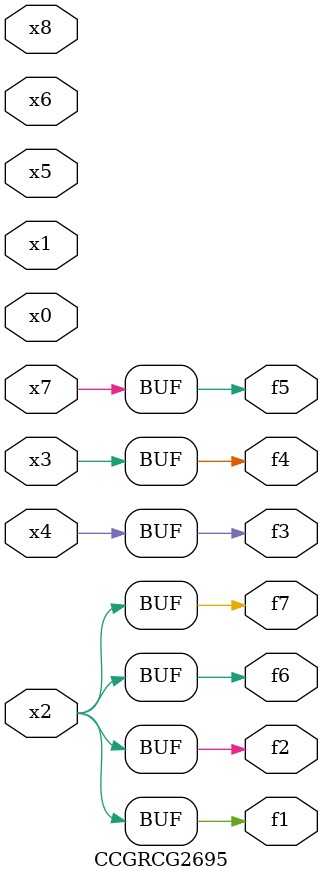
<source format=v>
module CCGRCG2695(
	input x0, x1, x2, x3, x4, x5, x6, x7, x8,
	output f1, f2, f3, f4, f5, f6, f7
);
	assign f1 = x2;
	assign f2 = x2;
	assign f3 = x4;
	assign f4 = x3;
	assign f5 = x7;
	assign f6 = x2;
	assign f7 = x2;
endmodule

</source>
